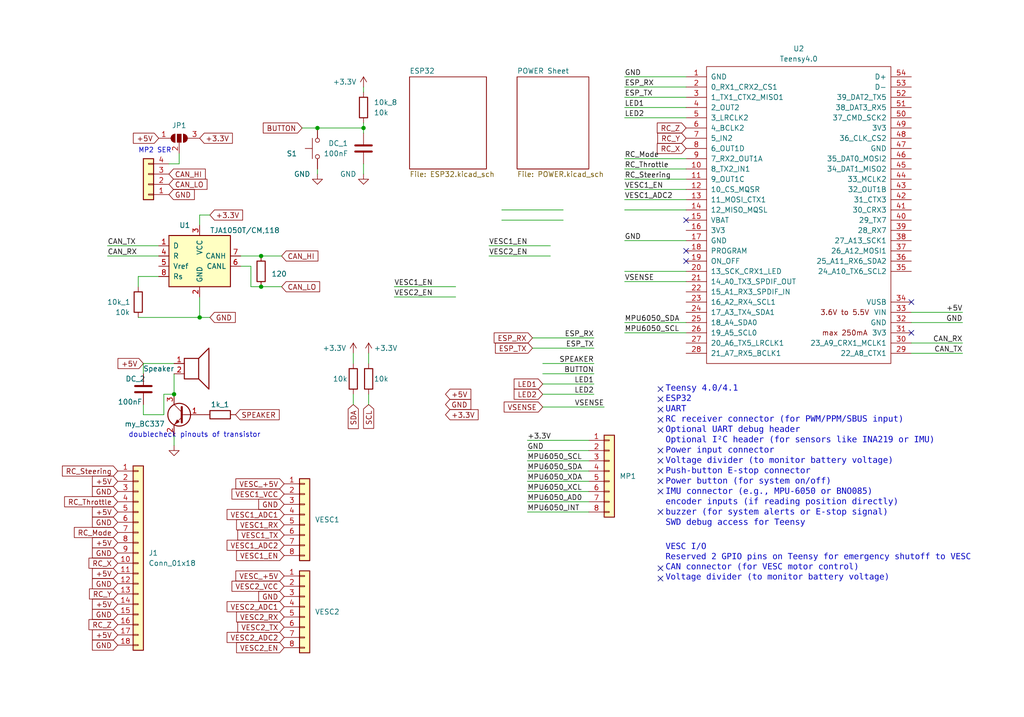
<source format=kicad_sch>
(kicad_sch (version 20231120) (generator "eeschema") (generator_version "8.0")
  (paper "User" 254 177.8)
  (lib_symbols
    (symbol "Connector_Generic:Conn_01x04" (pin_names (offset 1.016) hide)
      (property "Reference" "J" (at 0 5.08 0))
      (property "Value" "Conn_01x04" (at 0 -7.62 0))
      (symbol "Conn_01x04_1_1"
        (rectangle (start -1.27 -4.953) (end 0 -5.207) (stroke (width 0.1524)))
        (rectangle (start -1.27 -2.413) (end 0 -2.667) (stroke (width 0.1524)))
        (rectangle (start -1.27 0.127) (end 0 -0.127) (stroke (width 0.1524)))
        (rectangle (start -1.27 2.667) (end 0 2.413) (stroke (width 0.1524)))
        (rectangle (start -1.27 3.81) (end 1.27 -6.35) (stroke (width 0.254)) (fill (type background)))
        (pin passive line (at -5.08 2.54 0) (length 3.81) (name "Pin_1") (number "1"))
        (pin passive line (at -5.08 0 0) (length 3.81) (name "Pin_2") (number "2"))
        (pin passive line (at -5.08 -2.54 0) (length 3.81) (name "Pin_3") (number "3"))
        (pin passive line (at -5.08 -5.08 0) (length 3.81) (name "Pin_4") (number "4"))
      )
    )
    (symbol "Connector_Generic:Conn_01x08" (pin_names (offset 1.016) hide)
      (property "Reference" "J" (at 0 10.16 0))
      (property "Value" "Conn_01x08" (at 0 -12.7 0))
      (symbol "Conn_01x08_1_1"
        (rectangle (start -1.27 -10.033) (end 0 -10.287) (stroke (width 0.1524)))
        (rectangle (start -1.27 -7.493) (end 0 -7.747) (stroke (width 0.1524)))
        (rectangle (start -1.27 -4.953) (end 0 -5.207) (stroke (width 0.1524)))
        (rectangle (start -1.27 -2.413) (end 0 -2.667) (stroke (width 0.1524)))
        (rectangle (start -1.27 0.127) (end 0 -0.127) (stroke (width 0.1524)))
        (rectangle (start -1.27 2.667) (end 0 2.413) (stroke (width 0.1524)))
        (rectangle (start -1.27 5.207) (end 0 4.953) (stroke (width 0.1524)))
        (rectangle (start -1.27 7.747) (end 0 7.493) (stroke (width 0.1524)))
        (rectangle (start -1.27 8.89) (end 1.27 -11.43) (stroke (width 0.254)) (fill (type background)))
        (pin passive line (at -5.08 7.62 0) (length 3.81) (name "Pin_1") (number "1"))
        (pin passive line (at -5.08 5.08 0) (length 3.81) (name "Pin_2") (number "2"))
        (pin passive line (at -5.08 2.54 0) (length 3.81) (name "Pin_3") (number "3"))
        (pin passive line (at -5.08 0 0) (length 3.81) (name "Pin_4") (number "4"))
        (pin passive line (at -5.08 -2.54 0) (length 3.81) (name "Pin_5") (number "5"))
        (pin passive line (at -5.08 -5.08 0) (length 3.81) (name "Pin_6") (number "6"))
        (pin passive line (at -5.08 -7.62 0) (length 3.81) (name "Pin_7") (number "7"))
        (pin passive line (at -5.08 -10.16 0) (length 3.81) (name "Pin_8") (number "8"))
      )
    )
    (symbol "Connector_Generic:Conn_01x18" (pin_names (offset 1.016) hide)
      (property "Reference" "J" (at 0 22.86 0))
      (property "Value" "Conn_01x18" (at 0 -25.4 0))
      (symbol "Conn_01x18_1_1"
        (rectangle (start -1.27 -22.733) (end 0 -22.987) (stroke (width 0.1524)))
        (rectangle (start -1.27 -20.193) (end 0 -20.447) (stroke (width 0.1524)))
        (rectangle (start -1.27 -17.653) (end 0 -17.907) (stroke (width 0.1524)))
        (rectangle (start -1.27 -15.113) (end 0 -15.367) (stroke (width 0.1524)))
        (rectangle (start -1.27 -12.573) (end 0 -12.827) (stroke (width 0.1524)))
        (rectangle (start -1.27 -10.033) (end 0 -10.287) (stroke (width 0.1524)))
        (rectangle (start -1.27 -7.493) (end 0 -7.747) (stroke (width 0.1524)))
        (rectangle (start -1.27 -4.953) (end 0 -5.207) (stroke (width 0.1524)))
        (rectangle (start -1.27 -2.413) (end 0 -2.667) (stroke (width 0.1524)))
        (rectangle (start -1.27 0.127) (end 0 -0.127) (stroke (width 0.1524)))
        (rectangle (start -1.27 2.667) (end 0 2.413) (stroke (width 0.1524)))
        (rectangle (start -1.27 5.207) (end 0 4.953) (stroke (width 0.1524)))
        (rectangle (start -1.27 7.747) (end 0 7.493) (stroke (width 0.1524)))
        (rectangle (start -1.27 10.287) (end 0 10.033) (stroke (width 0.1524)))
        (rectangle (start -1.27 12.827) (end 0 12.573) (stroke (width 0.1524)))
        (rectangle (start -1.27 15.367) (end 0 15.113) (stroke (width 0.1524)))
        (rectangle (start -1.27 17.907) (end 0 17.653) (stroke (width 0.1524)))
        (rectangle (start -1.27 20.447) (end 0 20.193) (stroke (width 0.1524)))
        (rectangle (start -1.27 21.59) (end 1.27 -24.13) (stroke (width 0.254)) (fill (type background)))
        (pin passive line (at -5.08 20.32 0) (length 3.81) (name "Pin_1") (number "1"))
        (pin passive line (at -5.08 -2.54 0) (length 3.81) (name "Pin_10") (number "10"))
        (pin passive line (at -5.08 -5.08 0) (length 3.81) (name "Pin_11") (number "11"))
        (pin passive line (at -5.08 -7.62 0) (length 3.81) (name "Pin_12") (number "12"))
        (pin passive line (at -5.08 -10.16 0) (length 3.81) (name "Pin_13") (number "13"))
        (pin passive line (at -5.08 -12.7 0) (length 3.81) (name "Pin_14") (number "14"))
        (pin passive line (at -5.08 -15.24 0) (length 3.81) (name "Pin_15") (number "15"))
        (pin passive line (at -5.08 -17.78 0) (length 3.81) (name "Pin_16") (number "16"))
        (pin passive line (at -5.08 -20.32 0) (length 3.81) (name "Pin_17") (number "17"))
        (pin passive line (at -5.08 -22.86 0) (length 3.81) (name "Pin_18") (number "18"))
        (pin passive line (at -5.08 17.78 0) (length 3.81) (name "Pin_2") (number "2"))
        (pin passive line (at -5.08 15.24 0) (length 3.81) (name "Pin_3") (number "3"))
        (pin passive line (at -5.08 12.7 0) (length 3.81) (name "Pin_4") (number "4"))
        (pin passive line (at -5.08 10.16 0) (length 3.81) (name "Pin_5") (number "5"))
        (pin passive line (at -5.08 7.62 0) (length 3.81) (name "Pin_6") (number "6"))
        (pin passive line (at -5.08 5.08 0) (length 3.81) (name "Pin_7") (number "7"))
        (pin passive line (at -5.08 2.54 0) (length 3.81) (name "Pin_8") (number "8"))
        (pin passive line (at -5.08 0 0) (length 3.81) (name "Pin_9") (number "9"))
      )
    )
    (symbol "Device:C" (pin_numbers hide) (pin_names (offset 0.254))
      (property "Reference" "C" (at 0.635 2.54 0))
      (property "Value" "C" (at 0.635 -2.54 0))
      (symbol "C_0_1"
        (polyline (pts (xy -2.032 -0.762) (xy 2.032 -0.762)) (stroke (width 0.508)))
        (polyline (pts (xy -2.032 0.762) (xy 2.032 0.762)) (stroke (width 0.508)))
      )
      (symbol "C_1_1"
        (pin passive line (at 0 3.81 270) (length 2.794) (name "~") (number "1"))
        (pin passive line (at 0 -3.81 90) (length 2.794) (name "~") (number "2"))
      )
    )
    (symbol "Device:R" (pin_numbers hide) (pin_names (offset 0))
      (property "Reference" "R" (at 2.032 0 90))
      (property "Value" "R" (at 0 0 90))
      (symbol "R_0_1"
        (rectangle (start -1.016 -2.54) (end 1.016 2.54) (stroke (width 0.254)))
      )
      (symbol "R_1_1"
        (pin passive line (at 0 3.81 270) (length 1.27) (name "~") (number "1"))
        (pin passive line (at 0 -3.81 90) (length 1.27) (name "~") (number "2"))
      )
    )
    (symbol "Device:Speaker" (pin_names (offset 0) hide)
      (property "Reference" "LS" (at 1.27 5.715 0))
      (property "Value" "Speaker" (at 1.27 3.81 0))
      (symbol "Speaker_0_0"
        (rectangle (start -2.54 1.27) (end 1.016 -3.81) (stroke (width 0.254)))
        (polyline (pts (xy 1.016 1.27) (xy 3.556 3.81) (xy 3.556 -6.35) (xy 1.016 -3.81)) (stroke (width 0.254)))
      )
      (symbol "Speaker_1_1"
        (pin input line (at -5.08 0 0) (length 2.54) (name "1") (number "1"))
        (pin input line (at -5.08 -2.54 0) (length 2.54) (name "2") (number "2"))
      )
    )
    (symbol "Interface_CAN_LIN:SN65HVD230" (pin_names (offset 1.016))
      (property "Reference" "U" (at -2.54 10.16 0))
      (property "Value" "SN65HVD230" (at -2.54 7.62 0))
      (symbol "SN65HVD230_0_1"
        (rectangle (start -7.62 5.08) (end 7.62 -7.62) (stroke (width 0.254)) (fill (type background)))
      )
      (symbol "SN65HVD230_1_1"
        (pin input line (at -10.16 2.54 0) (length 2.54) (name "D") (number "1"))
        (pin power_in line (at 0 -10.16 90) (length 2.54) (name "GND") (number "2"))
        (pin power_in line (at 0 7.62 270) (length 2.54) (name "VCC") (number "3"))
        (pin output line (at -10.16 0 0) (length 2.54) (name "R") (number "4"))
        (pin output line (at -10.16 -2.54 0) (length 2.54) (name "Vref") (number "5"))
        (pin bidirectional line (at 10.16 -2.54 180) (length 2.54) (name "CANL") (number "6"))
        (pin bidirectional line (at 10.16 0 180) (length 2.54) (name "CANH") (number "7"))
        (pin input line (at -10.16 -5.08 0) (length 2.54) (name "Rs") (number "8"))
      )
    )
    (symbol "Jumper:SolderJumper_3_Open" (pin_names (offset 0) hide)
      (property "Reference" "JP" (at -2.54 -2.54 0))
      (property "Value" "SolderJumper_3_Open" (at 0 2.794 0))
      (symbol "SolderJumper_3_Open_0_1"
        (arc (start -1.016 1.016) (mid -2.0276 0) (end -1.016 -1.016))
        (arc (start -1.016 1.016) (mid -2.0276 0) (end -1.016 -1.016) (fill (type outline)))
        (rectangle (start -0.508 1.016) (end 0.508 -1.016) (fill (type outline)))
        (polyline (pts (xy -2.54 0) (xy -2.032 0)))
        (polyline (pts (xy -1.016 1.016) (xy -1.016 -1.016)))
        (polyline (pts (xy 0 -1.27) (xy 0 -1.016)))
        (polyline (pts (xy 1.016 1.016) (xy 1.016 -1.016)))
        (polyline (pts (xy 2.54 0) (xy 2.032 0)))
        (arc (start 1.016 -1.016) (mid 2.0276 0) (end 1.016 1.016))
        (arc (start 1.016 -1.016) (mid 2.0276 0) (end 1.016 1.016) (fill (type outline)))
      )
      (symbol "SolderJumper_3_Open_1_1"
        (pin passive line (at -5.08 0 0) (length 2.54) (name "A") (number "1"))
        (pin passive line (at 0 -3.81 90) (length 2.54) (name "C") (number "2"))
        (pin passive line (at 5.08 0 180) (length 2.54) (name "B") (number "3"))
      )
    )
    (symbol "SW_Push_11" (pin_numbers hide) (pin_names (offset 1.016) hide)
      (property "Reference" "SW" (at 1.27 2.54 0))
      (property "Value" "SW_Push_11" (at 0 -1.524 0))
      (symbol "SW_Push_11_0_1"
        (circle (center -2.032 0) (radius 0.508))
        (polyline (pts (xy 0 1.27) (xy 0 3.048)))
        (polyline (pts (xy 2.54 1.27) (xy -2.54 1.27)))
        (circle (center 2.032 0) (radius 0.508))
        (pin passive line (at -5.08 0 0) (length 2.54) (name "1") (number "1"))
        (pin passive line (at 5.08 0 180) (length 2.54) (name "2") (number "2"))
      )
    )
    (symbol "Transistor_BJT:my_BC337" (pin_names (offset 0) hide)
      (property "Value" "my_BC337" (at 5.08 0.0001 0))
      (symbol "my_BC337_0_1"
        (polyline (pts (xy 0 0) (xy 0.635 0)))
        (polyline (pts (xy 0.635 0.635) (xy 2.54 2.54)))
        (polyline (pts (xy 0.635 -0.635) (xy 2.54 -2.54) (xy 2.54 -2.54)))
        (polyline (pts (xy 0.635 1.905) (xy 0.635 -1.905) (xy 0.635 -1.905)) (stroke (width 0.508)))
        (polyline (pts (xy 1.27 -1.778) (xy 1.778 -1.27) (xy 2.286 -2.286) (xy 1.27 -1.778) (xy 1.27 -1.778)) (fill (type outline)))
        (circle (center 1.27 0) (radius 2.8194) (stroke (width 0.254)))
      )
      (symbol "my_BC337_1_1"
        (pin input line (at -5.08 0 0) (length 5.08) (name "B") (number "1"))
        (pin passive line (at 2.54 -5.08 90) (length 2.54) (name "E") (number "2"))
        (pin passive line (at 2.54 5.08 270) (length 2.54) (name "C") (number "3"))
      )
    )
    (symbol "power:+3.3V" (power) (pin_names (offset 0))
      (property "Value" "+3.3V" (at 0 3.556 0))
      (symbol "+3.3V_0_1"
        (polyline (pts (xy -0.762 1.27) (xy 0 2.54)))
        (polyline (pts (xy 0 0) (xy 0 2.54)))
        (polyline (pts (xy 0 2.54) (xy 0.762 1.27)))
      )
      (symbol "+3.3V_1_1"
        (pin power_in line (at 0 0 90) (length 0) hide (name "+3.3V") (number "1"))
      )
    )
    (symbol "power:GND" (power) (pin_names (offset 0))
      (property "Value" "GND" (at 0 -3.81 0))
      (symbol "GND_0_1"
        (polyline (pts (xy 0 0) (xy 0 -1.27) (xy 1.27 -1.27) (xy 0 -2.54) (xy -1.27 -1.27) (xy 0 -1.27)))
      )
      (symbol "GND_1_1"
        (pin power_in line (at 0 0 270) (length 0) hide (name "GND") (number "1"))
      )
    )
    (symbol "teensy:Teensy4.0" (pin_names (offset 1.016))
      (property "Reference" "U" (at 0 39.37 0))
      (property "Value" "Teensy4.0" (at 0 -39.37 0))
      (symbol "Teensy4.0_0_0"
        (text "3.6V to 5.5V" (at 11.43 -24.13 0) (effects (font (size 1.27 1.27))))
        (text "max 250mA" (at 11.43 -29.21 0) (effects (font (size 1.27 1.27))))
        (pin bidirectional line (at -27.94 11.43 0) (length 5.08) (name "8_TX2_IN1") (number "10"))
        (pin bidirectional line (at -27.94 8.89 0) (length 5.08) (name "9_OUT1C") (number "11"))
        (pin bidirectional line (at -27.94 6.35 0) (length 5.08) (name "10_CS_MQSR") (number "12"))
        (pin bidirectional line (at -27.94 3.81 0) (length 5.08) (name "11_MOSI_CTX1") (number "13"))
        (pin bidirectional line (at -27.94 1.27 0) (length 5.08) (name "12_MISO_MQSL") (number "14"))
        (pin power_in line (at -27.94 -1.27 0) (length 5.08) (name "VBAT") (number "15"))
        (pin power_in line (at -27.94 -3.81 0) (length 5.08) (name "3V3") (number "16"))
        (pin power_in line (at -27.94 -6.35 0) (length 5.08) (name "GND") (number "17"))
        (pin input line (at -27.94 -8.89 0) (length 5.08) (name "PROGRAM") (number "18"))
        (pin input line (at -27.94 -11.43 0) (length 5.08) (name "ON_OFF") (number "19"))
        (pin bidirectional line (at -27.94 -13.97 0) (length 5.08) (name "13_SCK_CRX1_LED") (number "20"))
        (pin bidirectional line (at -27.94 -16.51 0) (length 5.08) (name "14_A0_TX3_SPDIF_OUT") (number "21"))
        (pin bidirectional line (at -27.94 -19.05 0) (length 5.08) (name "15_A1_RX3_SPDIF_IN") (number "22"))
        (pin bidirectional line (at -27.94 -21.59 0) (length 5.08) (name "16_A2_RX4_SCL1") (number "23"))
        (pin bidirectional line (at -27.94 -24.13 0) (length 5.08) (name "17_A3_TX4_SDA1") (number "24"))
        (pin bidirectional line (at -27.94 -26.67 0) (length 5.08) (name "18_A4_SDA0") (number "25"))
        (pin bidirectional line (at -27.94 -29.21 0) (length 5.08) (name "19_A5_SCL0") (number "26"))
        (pin bidirectional line (at -27.94 -31.75 0) (length 5.08) (name "20_A6_TX5_LRCLK1") (number "27"))
        (pin bidirectional line (at -27.94 -34.29 0) (length 5.08) (name "21_A7_RX5_BCLK1") (number "28"))
        (pin bidirectional line (at 27.94 -34.29 180) (length 5.08) (name "22_A8_CTX1") (number "29"))
        (pin bidirectional line (at 27.94 -31.75 180) (length 5.08) (name "23_A9_CRX1_MCLK1") (number "30"))
        (pin power_out line (at 27.94 -29.21 180) (length 5.08) (name "3V3") (number "31"))
        (pin power_in line (at 27.94 -26.67 180) (length 5.08) (name "GND") (number "32"))
        (pin power_in line (at 27.94 -24.13 180) (length 5.08) (name "VIN") (number "33"))
        (pin power_out line (at 27.94 -21.59 180) (length 5.08) (name "VUSB") (number "34"))
        (pin bidirectional line (at 27.94 -13.97 180) (length 5.08) (name "24_A10_TX6_SCL2") (number "35"))
        (pin bidirectional line (at 27.94 -11.43 180) (length 5.08) (name "25_A11_RX6_SDA2") (number "36"))
        (pin bidirectional line (at 27.94 -8.89 180) (length 5.08) (name "26_A12_MOSI1") (number "37"))
        (pin bidirectional line (at 27.94 -6.35 180) (length 5.08) (name "27_A13_SCK1") (number "38"))
        (pin bidirectional line (at 27.94 -3.81 180) (length 5.08) (name "28_RX7") (number "39"))
        (pin bidirectional line (at 27.94 -1.27 180) (length 5.08) (name "29_TX7") (number "40"))
        (pin bidirectional line (at 27.94 1.27 180) (length 5.08) (name "30_CRX3") (number "41"))
        (pin bidirectional line (at 27.94 3.81 180) (length 5.08) (name "31_CTX3") (number "42"))
        (pin bidirectional line (at 27.94 6.35 180) (length 5.08) (name "32_OUT1B") (number "43"))
        (pin bidirectional line (at 27.94 8.89 180) (length 5.08) (name "33_MCLK2") (number "44"))
        (pin bidirectional line (at 27.94 11.43 180) (length 5.08) (name "34_DAT1_MISO2") (number "45"))
        (pin bidirectional line (at 27.94 13.97 180) (length 5.08) (name "35_DAT0_MOSI2") (number "46"))
        (pin power_out line (at 27.94 16.51 180) (length 5.08) (name "GND") (number "47"))
        (pin bidirectional line (at 27.94 19.05 180) (length 5.08) (name "36_CLK_CS2") (number "48"))
        (pin power_out line (at 27.94 21.59 180) (length 5.08) (name "3V3") (number "49"))
        (pin bidirectional line (at -27.94 24.13 0) (length 5.08) (name "3_LRCLK2") (number "5"))
        (pin bidirectional line (at 27.94 24.13 180) (length 5.08) (name "37_CMD_SCK2") (number "50"))
        (pin bidirectional line (at 27.94 26.67 180) (length 5.08) (name "38_DAT3_RX5") (number "51"))
        (pin bidirectional line (at 27.94 29.21 180) (length 5.08) (name "39_DAT2_TX5") (number "52"))
        (pin bidirectional line (at 27.94 31.75 180) (length 5.08) (name "D-") (number "53"))
        (pin bidirectional line (at 27.94 34.29 180) (length 5.08) (name "D+") (number "54"))
        (pin bidirectional line (at -27.94 21.59 0) (length 5.08) (name "4_BCLK2") (number "6"))
        (pin bidirectional line (at -27.94 19.05 0) (length 5.08) (name "5_IN2") (number "7"))
        (pin bidirectional line (at -27.94 16.51 0) (length 5.08) (name "6_OUT1D") (number "8"))
        (pin bidirectional line (at -27.94 13.97 0) (length 5.08) (name "7_RX2_OUT1A") (number "9"))
      )
      (symbol "Teensy4.0_0_1"
        (rectangle (start -22.86 36.83) (end 22.86 -36.83))
        (rectangle (start -20.32 -31.75) (end -20.32 -31.75))
      )
      (symbol "Teensy4.0_1_1"
        (pin power_in line (at -27.94 34.29 0) (length 5.08) (name "GND") (number "1"))
        (pin bidirectional line (at -27.94 31.75 0) (length 5.08) (name "0_RX1_CRX2_CS1") (number "2"))
        (pin bidirectional line (at -27.94 29.21 0) (length 5.08) (name "1_TX1_CTX2_MISO1") (number "3"))
        (pin bidirectional line (at -27.94 26.67 0) (length 5.08) (name "2_OUT2") (number "4"))
      )
    )
    (symbol "two_motor_driver-rescue:GND-power" (power) (pin_names (offset 0))
      (property "Value" "power_GND" (at 0 -3.81 0))
      (symbol "GND-power_0_1"
        (polyline (pts (xy 0 0) (xy 0 -1.27) (xy 1.27 -1.27) (xy 0 -2.54) (xy -1.27 -1.27) (xy 0 -1.27)))
      )
      (symbol "GND-power_1_1"
        (pin power_in line (at 0 0 270) (length 0) hide (name "GND") (number "1"))
      )
    )
  )
  (junction (at 90.17 31.75))
  (junction (at 43.18 97.79))
  (junction (at 49.53 78.74))
  (junction (at 64.77 63.5))
  (junction (at 78.74 31.75))
  (junction (at 64.77 71.12))
  (no_connect (at 163.83 127))
  (no_connect (at 163.83 99.06))
  (no_connect (at 163.83 101.6))
  (no_connect (at 163.83 106.68))
  (no_connect (at 170.18 64.77))
  (no_connect (at 163.83 104.14))
  (no_connect (at 163.83 96.52))
  (no_connect (at 163.83 116.84))
  (no_connect (at 170.18 62.23))
  (no_connect (at 163.83 119.38))
  (no_connect (at 226.06 82.55))
  (no_connect (at 163.83 114.3))
  (no_connect (at 170.18 54.61))
  (no_connect (at 163.83 121.92))
  (no_connect (at 226.06 74.93))
  (no_connect (at 163.83 111.76))
  (no_connect (at 163.83 143.51))
  (no_connect (at 163.83 140.97))
  (wire (pts (xy 154.94 82.55) (xy 170.18 82.55)))
  (wire (pts (xy 130.81 127) (xy 146.05 127)))
  (wire (pts (xy 90.17 30.48) (xy 90.17 31.75)))
  (wire (pts (xy 62.23 71.12) (xy 64.77 71.12)))
  (wire (pts (xy 154.94 59.69) (xy 170.18 59.69)))
  (wire (pts (xy 130.81 119.38) (xy 146.05 119.38)))
  (wire (pts (xy 74.93 31.75) (xy 78.74 31.75)))
  (wire (pts (xy 90.17 21.59) (xy 90.17 22.86)))
  (wire (pts (xy 34.29 68.58) (xy 39.37 68.58)))
  (wire (pts (xy 154.94 44.45) (xy 170.18 44.45)))
  (wire (pts (xy 238.76 87.63) (xy 226.06 87.63)))
  (wire (pts (xy 238.76 85.09) (xy 226.06 85.09)))
  (wire (pts (xy 52.07 78.74) (xy 49.53 78.74)))
  (wire (pts (xy 34.29 68.58) (xy 34.29 71.12)))
  (wire (pts (xy 87.63 97.79) (xy 87.63 100.33)))
  (wire (pts (xy 238.76 77.47) (xy 226.06 77.47)))
  (wire (pts (xy 44.45 40.64) (xy 44.45 38.1)))
  (wire (pts (xy 147.32 86.36) (xy 132.08 86.36)))
  (wire (pts (xy 130.81 109.22) (xy 146.05 109.22)))
  (wire (pts (xy 130.81 111.76) (xy 146.05 111.76)))
  (wire (pts (xy 130.81 114.3) (xy 146.05 114.3)))
  (wire (pts (xy 154.94 24.13) (xy 170.18 24.13)))
  (wire (pts (xy 154.94 39.37) (xy 170.18 39.37)))
  (wire (pts (xy 26.67 60.96) (xy 39.37 60.96)))
  (wire (pts (xy 91.44 87.63) (xy 91.44 90.17)))
  (wire (pts (xy 40.64 97.79) (xy 43.18 97.79)))
  (wire (pts (xy 154.94 29.21) (xy 170.18 29.21)))
  (wire (pts (xy 154.94 69.85) (xy 170.18 69.85)))
  (wire (pts (xy 154.94 46.99) (xy 170.18 46.99)))
  (wire (pts (xy 35.56 90.17) (xy 35.56 92.71)))
  (wire (pts (xy 78.74 43.18) (xy 78.74 41.91)))
  (wire (pts (xy 91.44 97.79) (xy 91.44 100.33)))
  (wire (pts (xy 59.69 63.5) (xy 64.77 63.5)))
  (wire (pts (xy 41.91 40.64) (xy 44.45 40.64)))
  (wire (pts (xy 43.18 107.95) (xy 43.18 110.49)))
  (wire (pts (xy 134.62 95.25) (xy 147.32 95.25)))
  (wire (pts (xy 64.77 63.5) (xy 69.85 63.5)))
  (wire (pts (xy 124.46 54.61) (xy 139.7 54.61)))
  (wire (pts (xy 97.79 73.66) (xy 113.03 73.66)))
  (wire (pts (xy 147.32 83.82) (xy 132.08 83.82)))
  (wire (pts (xy 62.23 66.04) (xy 62.23 71.12)))
  (wire (pts (xy 154.94 41.91) (xy 170.18 41.91)))
  (wire (pts (xy 78.74 31.75) (xy 90.17 31.75)))
  (wire (pts (xy 154.94 80.01) (xy 170.18 80.01)))
  (wire (pts (xy 130.81 124.46) (xy 146.05 124.46)))
  (wire (pts (xy 59.69 66.04) (xy 62.23 66.04)))
  (wire (pts (xy 64.77 71.12) (xy 69.85 71.12)))
  (wire (pts (xy 97.79 71.12) (xy 113.03 71.12)))
  (wire (pts (xy 121.285 63.5) (xy 136.525 63.5)))
  (wire (pts (xy 130.81 116.84) (xy 146.05 116.84)))
  (wire (pts (xy 147.32 90.17) (xy 134.62 90.17)))
  (wire (pts (xy 35.56 90.17) (xy 43.18 90.17)))
  (wire (pts (xy 154.94 67.31) (xy 170.18 67.31)))
  (wire (pts (xy 90.17 43.18) (xy 90.17 40.64)))
  (wire (pts (xy 124.46 52.07) (xy 139.7 52.07)))
  (wire (pts (xy 40.64 102.87) (xy 40.64 97.79)))
  (wire (pts (xy 154.94 19.05) (xy 170.18 19.05)))
  (wire (pts (xy 87.63 87.63) (xy 87.63 90.17)))
  (wire (pts (xy 154.94 49.53) (xy 170.18 49.53)))
  (wire (pts (xy 154.94 26.67) (xy 170.18 26.67)))
  (wire (pts (xy 130.81 121.92) (xy 146.05 121.92)))
  (wire (pts (xy 154.94 52.07) (xy 170.18 52.07)))
  (wire (pts (xy 26.67 63.5) (xy 39.37 63.5)))
  (wire (pts (xy 49.53 53.34) (xy 49.53 55.88)))
  (wire (pts (xy 49.53 73.66) (xy 49.53 78.74)))
  (wire (pts (xy 134.62 97.79) (xy 147.32 97.79)))
  (wire (pts (xy 90.17 31.75) (xy 90.17 33.02)))
  (wire (pts (xy 147.32 92.71) (xy 134.62 92.71)))
  (wire (pts (xy 154.94 21.59) (xy 170.18 21.59)))
  (wire (pts (xy 35.56 100.33) (xy 35.56 102.87)))
  (wire (pts (xy 34.29 78.74) (xy 49.53 78.74)))
  (wire (pts (xy 121.285 60.96) (xy 136.525 60.96)))
  (wire (pts (xy 35.56 102.87) (xy 40.64 102.87)))
  (wire (pts (xy 149.86 100.965) (xy 134.62 100.965)))
  (wire (pts (xy 43.18 92.71) (xy 43.18 97.79)))
  (wire (pts (xy 52.07 53.34) (xy 49.53 53.34)))
  (wire (pts (xy 238.76 80.01) (xy 226.06 80.01)))
  (text "Teensy 4.0/4.1\nESP32\nUART\nRC receiver connector (for PWM/PPM/SBUS input)\nOptional UART debug header\nOptional I²C header (for sensors like INA219 or IMU)\nPower input connector\nVoltage divider (to monitor battery voltage)\nPush-button E-stop connector\nPower button (for system on/off)\nIMU connector (e.g., MPU-6050 or BNO085)\nencoder inputs (if reading position directly)\nbuzzer (for system alerts or E-stop signal)\nSWD debug access for Teensy\n" (at 165.1 113.538 0) (effects (font (size 1.524 1.524)) (justify left)))
  (text "MP2 SER" (at 34.29 38.1 0) (effects (font (size 1.2 1.2)) (justify left bottom)))
  (text "VESC I/O\nReserved 2 GPIO pins on Teensy for emergency shutoff to VESC\nCAN connector (for VESC motor control)\nVoltage divider (to monitor battery voltage)\n\n" (at 165.1 141.224 0) (effects (font (size 1.4986 1.4986)) (justify left)))
  (text "doublecheck pinouts of transistor\n" (at 48.26 107.95 0) (effects (font (size 1.27 1.27))))
  (label "LED2" (at 147.32 97.79 180))
  (label "ESP_RX" (at 154.94 21.59 0))
  (label "CAN_RX" (at 238.76 85.09 180))
  (label "GND" (at 238.76 80.01 180))
  (label "VSENSE" (at 154.94 69.85 0))
  (label "MPU6050_XCL" (at 130.81 121.92 0))
  (label "ESP_RX" (at 147.32 83.82 180))
  (label "MPU6050_SCL" (at 130.81 114.3 0))
  (label "CAN_TX" (at 238.76 87.63 180))
  (label "MPU6050_AD0" (at 130.81 124.46 0))
  (label "GND" (at 154.94 19.05 0))
  (label "VESC1_EN" (at 154.94 46.99 0))
  (label "RC_Steering" (at 154.94 44.45 0))
  (label "GND" (at 154.94 59.69 0))
  (label "ESP_TX" (at 154.94 24.13 0))
  (label "MPU6050_SCL" (at 154.94 82.55 0))
  (label "MPU6050_INT" (at 130.81 127 0))
  (label "MPU6050_SDA" (at 130.81 116.84 0))
  (label "CAN_RX" (at 26.67 63.5 0))
  (label "GND" (at 130.81 111.76 0))
  (label "LED2" (at 154.94 29.21 0))
  (label "VESC1_EN" (at 97.79 71.12 0))
  (label "VSENSE" (at 149.86 100.965 180))
  (label "VESC2_EN" (at 97.79 73.66 0))
  (label "+5V" (at 238.76 77.47 180))
  (label "RC_Mode" (at 154.94 39.37 0))
  (label "SPEAKER" (at 147.32 90.17 180))
  (label "BUTTON" (at 147.32 92.71 180))
  (label "RC_Throttle" (at 154.94 41.91 0))
  (label "VESC1_ADC2" (at 154.94 49.53 0))
  (label "LED1" (at 147.32 95.25 180))
  (label "MPU6050_SDA" (at 154.94 80.01 0))
  (label "VESC2_EN" (at 121.285 63.5 0))
  (label "CAN_TX" (at 26.67 60.96 0))
  (label "LED1" (at 154.94 26.67 0))
  (label "+3.3V" (at 130.81 109.22 0))
  (label "ESP_TX" (at 147.32 86.36 180))
  (label "VESC1_EN" (at 121.285 60.96 0))
  (label "MPU6050_XDA" (at 130.81 119.38 0))
  (global_label "+5V" (shape input) (at 35.56 90.17 180) (property "Intersheetrefs" "${INTERSHEET_REFS}" (effects (hide yes))))
  (global_label "+5V" (shape input) (at 29.21 119.38 180) (property "Intersheetrefs" "${INTERSHEET_REFS}" (effects (hide yes))))
  (global_label "+3.3V" (shape input) (at 49.53 34.29 0) (property "Intersheetrefs" "${INTERSHEET_REFS}" (effects (hide yes))))
  (global_label "+5V" (shape input) (at 29.21 142.24 180) (property "Intersheetrefs" "${INTERSHEET_REFS}" (effects (hide yes))))
  (global_label "VESC2_ADC2" (shape input) (at 70.485 158.115 180) (property "Intersheetrefs" "${INTERSHEET_REFS}" (effects (hide yes))))
  (global_label "VESC1_EN" (shape input) (at 70.485 137.795 180) (property "Intersheetrefs" "${INTERSHEET_REFS}" (effects (hide yes))))
  (global_label "LED2" (shape input) (at 134.62 97.79 180) (property "Intersheetrefs" "${INTERSHEET_REFS}" (effects (hide yes))))
  (global_label "SCL" (shape input) (at 91.44 100.33 270) (property "Intersheetrefs" "${INTERSHEET_REFS}" (effects (hide yes))))
  (global_label "VESC1_RX" (shape input) (at 70.485 130.175 180) (property "Intersheetrefs" "${INTERSHEET_REFS}" (effects (hide yes))))
  (global_label "+5V" (shape input) (at 29.21 149.86 180) (property "Intersheetrefs" "${INTERSHEET_REFS}" (effects (hide yes))))
  (global_label "+5V" (shape input) (at 39.37 34.29 180) (property "Intersheetrefs" "${INTERSHEET_REFS}" (effects (hide yes))))
  (global_label "GND" (shape input) (at 52.07 78.74 0) (property "Intersheetrefs" "${INTERSHEET_REFS}" (effects (hide yes))))
  (global_label "SDA" (shape input) (at 87.63 100.33 270) (property "Intersheetrefs" "${INTERSHEET_REFS}" (effects (hide yes))))
  (global_label "RC_X" (shape input) (at 29.21 139.7 180) (property "Intersheetrefs" "${INTERSHEET_REFS}" (effects (hide yes))))
  (global_label "GND" (shape input) (at 29.21 121.92 180) (property "Intersheetrefs" "${INTERSHEET_REFS}" (effects (hide yes))))
  (global_label "LED1" (shape input) (at 134.62 95.25 180) (property "Intersheetrefs" "${INTERSHEET_REFS}" (effects (hide yes))))
  (global_label "GND" (shape input) (at 70.485 147.955 180) (property "Intersheetrefs" "${INTERSHEET_REFS}" (effects (hide yes))))
  (global_label "RC_Y" (shape input) (at 29.21 147.32 180) (property "Intersheetrefs" "${INTERSHEET_REFS}" (effects (hide yes))))
  (global_label "VESC1_ADC2" (shape input) (at 70.485 135.255 180) (property "Intersheetrefs" "${INTERSHEET_REFS}" (effects (hide yes))))
  (global_label "ESP_RX" (shape input) (at 132.08 83.82 180) (property "Intersheetrefs" "${INTERSHEET_REFS}" (effects (hide yes))))
  (global_label "VESC2_EN" (shape input) (at 70.485 160.655 180) (property "Intersheetrefs" "${INTERSHEET_REFS}" (effects (hide yes))))
  (global_label "VESC1_TX" (shape input) (at 70.485 132.715 180) (property "Intersheetrefs" "${INTERSHEET_REFS}" (effects (hide yes))))
  (global_label "GND" (shape input) (at 41.91 48.26 0) (property "Intersheetrefs" "${INTERSHEET_REFS}" (effects (hide yes))))
  (global_label "VESC2_TX" (shape input) (at 70.485 155.575 180) (property "Intersheetrefs" "${INTERSHEET_REFS}" (effects (hide yes))))
  (global_label "RC_Mode" (shape input) (at 29.21 132.08 180) (property "Intersheetrefs" "${INTERSHEET_REFS}" (effects (hide yes))))
  (global_label "+5V" (shape input) (at 110.49 97.79 0) (property "Intersheetrefs" "${INTERSHEET_REFS}" (effects (hide yes))))
  (global_label "RC_Steering" (shape input) (at 29.21 116.84 180) (property "Intersheetrefs" "${INTERSHEET_REFS}" (effects (hide yes))))
  (global_label "GND" (shape input) (at 29.21 129.54 180) (property "Intersheetrefs" "${INTERSHEET_REFS}" (effects (hide yes))))
  (global_label "GND" (shape input) (at 70.485 125.095 180) (property "Intersheetrefs" "${INTERSHEET_REFS}" (effects (hide yes))))
  (global_label "VESC2_RX" (shape input) (at 70.485 153.035 180) (property "Intersheetrefs" "${INTERSHEET_REFS}" (effects (hide yes))))
  (global_label "ESP_TX" (shape input) (at 132.08 86.36 180) (property "Intersheetrefs" "${INTERSHEET_REFS}" (effects (hide yes))))
  (global_label "CAN_LO" (shape input) (at 69.85 71.12 0) (property "Intersheetrefs" "${INTERSHEET_REFS}" (effects (hide yes))))
  (global_label "+5V" (shape input) (at 29.21 134.62 180) (property "Intersheetrefs" "${INTERSHEET_REFS}" (effects (hide yes))))
  (global_label "GND" (shape input) (at 29.21 160.02 180) (property "Intersheetrefs" "${INTERSHEET_REFS}" (effects (hide yes))))
  (global_label "CAN_HI" (shape input) (at 41.91 43.18 0) (property "Intersheetrefs" "${INTERSHEET_REFS}" (effects (hide yes))))
  (global_label "VESC2_VCC" (shape input) (at 70.485 145.415 180) (property "Intersheetrefs" "${INTERSHEET_REFS}" (effects (hide yes))))
  (global_label "VESC_+5V" (shape input) (at 70.485 120.015 180) (property "Intersheetrefs" "${INTERSHEET_REFS}" (effects (hide yes))))
  (global_label "RC_Y" (shape input) (at 170.18 34.29 180) (property "Intersheetrefs" "${INTERSHEET_REFS}" (effects (hide yes))))
  (global_label "CAN_HI" (shape input) (at 69.85 63.5 0) (property "Intersheetrefs" "${INTERSHEET_REFS}" (effects (hide yes))))
  (global_label "RC_X" (shape input) (at 170.18 36.83 180) (property "Intersheetrefs" "${INTERSHEET_REFS}" (effects (hide yes))))
  (global_label "RC_Z" (shape input) (at 29.21 154.94 180) (property "Intersheetrefs" "${INTERSHEET_REFS}" (effects (hide yes))))
  (global_label "VESC_+5V" (shape input) (at 70.485 142.875 180) (property "Intersheetrefs" "${INTERSHEET_REFS}" (effects (hide yes))))
  (global_label "GND" (shape input) (at 29.21 152.4 180) (property "Intersheetrefs" "${INTERSHEET_REFS}" (effects (hide yes))))
  (global_label "VESC1_VCC" (shape input) (at 70.485 122.555 180) (property "Intersheetrefs" "${INTERSHEET_REFS}" (effects (hide yes))))
  (global_label "GND" (shape input) (at 29.21 137.16 180) (property "Intersheetrefs" "${INTERSHEET_REFS}" (effects (hide yes))))
  (global_label "RC_Z" (shape input) (at 170.18 31.75 180) (property "Intersheetrefs" "${INTERSHEET_REFS}" (effects (hide yes))))
  (global_label "GND" (shape input) (at 29.21 144.78 180) (property "Intersheetrefs" "${INTERSHEET_REFS}" (effects (hide yes))))
  (global_label "+3.3V" (shape input) (at 110.49 102.87 0) (property "Intersheetrefs" "${INTERSHEET_REFS}" (effects (hide yes))))
  (global_label "+5V" (shape input) (at 29.21 127 180) (property "Intersheetrefs" "${INTERSHEET_REFS}" (effects (hide yes))))
  (global_label "VESC1_ADC1" (shape input) (at 70.485 127.635 180) (property "Intersheetrefs" "${INTERSHEET_REFS}" (effects (hide yes))))
  (global_label "VESC2_ADC1" (shape input) (at 70.485 150.495 180) (property "Intersheetrefs" "${INTERSHEET_REFS}" (effects (hide yes))))
  (global_label "+3.3V" (shape input) (at 52.07 53.34 0) (property "Intersheetrefs" "${INTERSHEET_REFS}" (effects (hide yes))))
  (global_label "VSENSE" (shape input) (at 134.62 100.965 180) (property "Intersheetrefs" "${INTERSHEET_REFS}" (effects (hide yes))))
  (global_label "CAN_LO" (shape input) (at 41.91 45.72 0) (property "Intersheetrefs" "${INTERSHEET_REFS}" (effects (hide yes))))
  (global_label "GND" (shape input) (at 110.49 100.33 0) (property "Intersheetrefs" "${INTERSHEET_REFS}" (effects (hide yes))))
  (global_label "+5V" (shape input) (at 29.21 157.48 180) (property "Intersheetrefs" "${INTERSHEET_REFS}" (effects (hide yes))))
  (global_label "RC_Throttle" (shape input) (at 29.21 124.46 180) (property "Intersheetrefs" "${INTERSHEET_REFS}" (effects (hide yes))))
  (global_label "SPEAKER" (shape input) (at 58.42 102.87 0) (property "Intersheetrefs" "${INTERSHEET_REFS}" (effects (hide yes))))
  (global_label "BUTTON" (shape input) (at 74.93 31.75 180) (property "Intersheetrefs" "${INTERSHEET_REFS}" (effects (hide yes))))
  (symbol (lib_id "Device:R") (at 91.44 93.98 0) (unit 1)
    (property "Reference" "10k_3" (effects (hide yes)))
    (property "Value" "10k" (at 92.71 93.98 0) (effects (justify left)))
    (property "Footprint" "Resistor_SMD:R_0603_1608Metric" (effects (hide yes)))
    (property "LCSC" "C25804" (effects (hide yes)))
  )
  (symbol (lib_id "Jumper:SolderJumper_3_Open") (at 44.45 34.29 0) (unit 1) (in_bom no)
    (property "Reference" "JP1" (at 44.45 31.115 0))
    (property "Value" "SolderJumper_3_Open" (effects (hide yes)))
    (property "Footprint" "Jumper:SolderJumper-3_P1.3mm_Open_Pad1.0x1.5mm" (effects (hide yes)))
  )
  (symbol (lib_id "Device:R") (at 64.77 67.31 180) (unit 1)
    (property "Reference" "R_120" (effects (hide yes)))
    (property "Value" "120" (at 67.31 67.945 0) (effects (justify right)))
    (property "Footprint" "Resistor_SMD:R_0603_1608Metric" (effects (hide yes)))
    (property "LCSC" "C17437" (effects (hide yes)))
  )
  (symbol (lib_id "teensy:Teensy4.0") (at 198.12 53.34 0) (unit 1)
    (property "Reference" "U2" (at 198.12 12.065 0))
    (property "Value" "Teensy4.0" (at 198.12 14.605 0))
    (property "Footprint" "teensy:Teensy40" (effects (hide yes)))
  )
  (symbol (lib_id "Transistor_BJT:my_BC337") (at 45.72 102.87 0) (mirror y) (unit 1)
    (property "Reference" "Q1" (effects (hide yes)))
    (property "Value" "my_BC337" (at 40.894 105.156 0) (effects (justify left)))
    (property "Footprint" "Package_TO_SOT_SMD:SOT-23" (effects (hide yes)))
    (property "Datasheet" "https://diotec.com/tl_files/diotec/files/pdf/datasheets/bc337.pdf" (effects (hide yes)))
    (property "Description" "0.8A Ic, 45V Vce, NPN Transistor, TO-92" (effects (hide yes)))
  )
  (symbol (lib_id "power:GND") (at 78.74 43.18 0) (unit 1)
    (property "Reference" "#PWR012" (effects (hide yes)))
    (property "Value" "GND" (at 74.93 43.18 0))
  )
  (symbol (lib_id "Device:R") (at 34.29 74.93 0) (unit 1)
    (property "Reference" "10k_1" (at 32.385 74.93 0) (effects (justify right)))
    (property "Value" "10k" (at 28.575 77.47 0) (effects (justify left)))
    (property "Footprint" "Resistor_SMD:R_0603_1608Metric" (effects (hide yes)))
    (property "LCSC" "C25804" (effects (hide yes)))
  )
  (symbol (lib_id "power:+3.3V") (at 90.17 21.59 0) (unit 1)
    (property "Reference" "#PWR026" (effects (hide yes)))
    (property "Value" "+3.3V" (at 82.55 20.32 0) (effects (justify left)))
  )
  (symbol (lib_name "SW_Push_11") (lib_id "Switch:SW_Push") (at 78.74 36.83 90) (unit 1)
    (property "Reference" "S1" (at 72.39 38.1 90))
    (property "Value" "TL3342F160QG" (effects (hide yes)))
    (property "Footprint" "Button_Switch_SMD:SW_SPST_B3SL-1022P" (effects (hide yes)))
    (property "MANUFACTURER" "E SWITCH" (effects (hide yes)))
    (property "LCSC" "C318884" (effects (hide yes)))
  )
  (symbol (lib_id "power:+3.3V") (at 91.44 87.63 0) (unit 1)
    (property "Reference" "#PWR011" (effects (hide yes)))
    (property "Value" "+3.3V" (at 92.71 86.36 0) (effects (justify left)))
  )
  (symbol (lib_id "Device:R") (at 90.17 26.67 180) (unit 1)
    (property "Reference" "10k_8" (at 92.71 25.3999 0) (effects (justify right)))
    (property "Value" "10k" (at 92.71 27.9399 0) (effects (justify right)))
    (property "Footprint" "Resistor_SMD:R_0603_1608Metric" (effects (hide yes)))
    (property "LCSC" "C25804" (effects (hide yes)))
  )
  (symbol (lib_id "Interface_CAN_LIN:SN65HVD230") (at 49.53 63.5 0) (unit 1)
    (property "Reference" "U1" (at 44.45 55.88 0) (effects (justify left)))
    (property "Value" "TJA1050T/CM,118" (at 52.07 57.15 0) (effects (justify left)))
    (property "Footprint" "Package_SO:SOIC-8_3.9x4.9mm_P1.27mm" (effects (hide yes)))
    (property "Datasheet" "https://jlcpcb.com/partdetail/NxpSemicon-TJA1050T_CM118/C6952#:~:text=Datasheet-,Download,-Source" (effects (hide yes)))
    (property "LCSC" "C6952" (effects (hide yes)))
  )
  (symbol (lib_id "Device:C") (at 90.17 36.83 0) (mirror x) (unit 1)
    (property "Reference" "DC_1" (at 86.36 35.5599 0) (effects (justify right)))
    (property "Value" "100nF" (at 86.36 38.0999 0) (effects (justify right)))
    (property "Footprint" "Capacitor_SMD:C_0603_1608Metric" (effects (hide yes)))
    (property "LCSC" "C14663" (effects (hide yes)))
  )
  (symbol (lib_id "Device:C") (at 35.56 96.52 0) (unit 1)
    (property "Reference" "DC_2" (at 31.115 93.98 0) (effects (justify left)))
    (property "Value" "100nF" (at 29.21 99.695 0) (effects (justify left)))
    (property "Footprint" "Capacitor_SMD:C_0805_2012Metric" (effects (hide yes)))
    (property "Datasheet" "https://www.mouser.com/ProductDetail/TDK/C2012X7R2A104K125AA?qs=NRhsANhppD9J0ZsT2%2Fo%2F7Q%3D%3D" (effects (hide yes)))
    (property "P/N" "810-C2012X7R2A104K" (effects (hide yes)))
    (property "Group#" "5" (effects (hide yes)))
  )
  (symbol (lib_id "Connector_Generic:Conn_01x18") (at 34.29 137.16 0) (unit 1)
    (property "Reference" "J1" (at 36.83 137.1599 0) (effects (justify left)))
    (property "Value" "Conn_01x18" (at 36.83 139.6999 0) (effects (justify left)))
    (property "Footprint" "Connector_PinSocket_2.54mm:my_PinSocket_3x07_P2.54mm_Vertical" (effects (hide yes)))
    (property "Description" "Generic connector, single row, 01x18, script generated (kicad-library-utils/schlib/autogen/connector/)" (effects (hide yes)))
  )
  (symbol (lib_id "two_motor_driver-rescue:GND-power") (at 43.18 110.49 0) (mirror y) (unit 1)
    (property "Reference" "#PWR03" (effects (hide yes)))
    (property "Value" "GND" (effects (hide yes)))
  )
  (symbol (lib_id "Device:R") (at 87.63 93.98 0) (unit 1)
    (property "Reference" "10k_2" (effects (hide yes)))
    (property "Value" "10k" (at 82.55 93.98 0) (effects (justify left)))
    (property "Footprint" "Resistor_SMD:R_0603_1608Metric" (effects (hide yes)))
    (property "LCSC" "C25804" (effects (hide yes)))
  )
  (symbol (lib_id "Connector_Generic:Conn_01x08") (at 75.565 150.495 0) (unit 1)
    (property "Reference" "VESC2" (at 78.105 151.7649 0) (effects (justify left)))
    (property "Value" "Conn_01x08" (effects (hide yes)))
    (property "Footprint" "Connector_JST:JST_PH_B8B-PH-K_1x08_P2.00mm_Vertical" (effects (hide yes)))
    (property "Description" "Generic connector, single row, 01x08, script generated (kicad-library-utils/schlib/autogen/connector/)" (effects (hide yes)))
  )
  (symbol (lib_id "Connector_Generic:Conn_01x08") (at 151.13 116.84 0) (unit 1)
    (property "Reference" "MP1" (at 153.67 118.1099 0) (effects (justify left)))
    (property "Value" "Conn_01x08" (effects (hide yes)))
    (property "Footprint" "Connector_PinSocket_2.54mm:PinSocket_1x08_P2.54mm_Vertical" (effects (hide yes)))
    (property "Description" "Generic connector, single row, 01x08, script generated (kicad-library-utils/schlib/autogen/connector/)" (effects (hide yes)))
  )
  (symbol (lib_id "Connector_Generic:Conn_01x04") (at 36.83 45.72 180) (unit 1) (in_bom no)
    (property "Reference" "CAN1" (effects (hide yes)))
    (property "Value" "Conn_01x04" (effects (hide yes)))
    (property "Footprint" "Connector_JST:JST_PH_B4B-PH-K_1x04_P2.00mm_Vertical" (effects (hide yes)))
  )
  (symbol (lib_id "power:+3.3V") (at 87.63 87.63 0) (unit 1)
    (property "Reference" "#PWR06" (effects (hide yes)))
    (property "Value" "+3.3V" (at 80.01 86.36 0) (effects (justify left)))
  )
  (symbol (lib_id "Device:R") (at 54.61 102.87 90) (unit 1)
    (property "Reference" "1k_1" (at 56.896 100.33 90) (effects (justify left)))
    (property "Value" "10k" (effects (hide yes)))
    (property "Footprint" "Resistor_SMD:R_0805_2012Metric" (effects (hide yes)))
    (property "Datasheet" "https://www.mouser.com/ProductDetail/ROHM-Semiconductor/ESR10EZPF1002?qs=DyUWGjl%252BcVujU2u8up15oQ%3D%3D" (effects (hide yes)))
    (property "P/N" "755-ESR10EZPF1002" (effects (hide yes)))
    (property "Group#" "13" (effects (hide yes)))
  )
  (symbol (lib_id "Device:Speaker") (at 48.26 90.17 0) (unit 1)
    (property "Reference" "LS1" (effects (hide yes)))
    (property "Value" "Speaker" (at 39.37 91.44 0))
    (property "Footprint" "CDS-13138-SMT-TR:SPKR_CDS-13138-SMT-TR" (effects (hide yes)))
    (property "Description" "Speaker" (effects (hide yes)))
  )
  (symbol (lib_id "Connector_Generic:Conn_01x08") (at 75.565 127.635 0) (unit 1)
    (property "Reference" "VESC1" (at 78.105 128.9049 0) (effects (justify left)))
    (property "Value" "Conn_01x08" (effects (hide yes)))
    (property "Footprint" "Connector_JST:JST_PH_B8B-PH-K_1x08_P2.00mm_Vertical" (effects (hide yes)))
    (property "Description" "Generic connector, single row, 01x08, script generated (kicad-library-utils/schlib/autogen/connector/)" (effects (hide yes)))
  )
  (symbol (lib_id "power:GND") (at 90.17 43.18 0) (unit 1)
    (property "Reference" "#PWR027" (effects (hide yes)))
    (property "Value" "GND" (at 86.36 43.18 0))
  )
  (sheet (at 128.27 19.05) (size 17.78 22.86) (stroke (width 0.1524))
    (property "Sheetname" "POWER Sheet" (at 128.27 18.3384 0) (effects (justify left bottom)))
    (property "Sheetfile" "POWER.kicad_sch" (at 128.27 42.4946 0) (effects (justify left top)))
  )
  (sheet (at 101.6 19.05) (size 19.05 22.86) (stroke (width 0.1524))
    (property "Sheetname" "ESP32" (at 101.6 18.3384 0) (effects (justify left bottom)))
    (property "Sheetfile" "ESP32.kicad_sch" (at 101.6 42.4946 0) (effects (justify left top)))
  )
)
</source>
